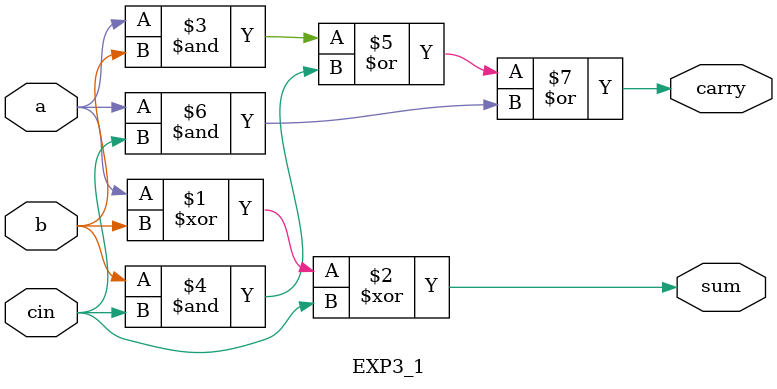
<source format=v>
module EXP3_1 (
    input  wire a, b, cin,   // Inputs
    output wire sum, carry   // Outputs
);

    // Logic equations
    assign sum   = a ^ b ^ cin;                  // XOR for sum
    assign carry = (a & b) | (b & cin) | (a & cin); // Majority function for carry

endmodule

</source>
